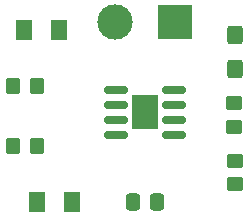
<source format=gbr>
%TF.GenerationSoftware,KiCad,Pcbnew,(6.0.10)*%
%TF.CreationDate,2023-02-23T21:21:35-08:00*%
%TF.ProjectId,Ex 2,45782032-2e6b-4696-9361-645f70636258,rev?*%
%TF.SameCoordinates,Original*%
%TF.FileFunction,Soldermask,Top*%
%TF.FilePolarity,Negative*%
%FSLAX46Y46*%
G04 Gerber Fmt 4.6, Leading zero omitted, Abs format (unit mm)*
G04 Created by KiCad (PCBNEW (6.0.10)) date 2023-02-23 21:21:35*
%MOMM*%
%LPD*%
G01*
G04 APERTURE LIST*
G04 Aperture macros list*
%AMRoundRect*
0 Rectangle with rounded corners*
0 $1 Rounding radius*
0 $2 $3 $4 $5 $6 $7 $8 $9 X,Y pos of 4 corners*
0 Add a 4 corners polygon primitive as box body*
4,1,4,$2,$3,$4,$5,$6,$7,$8,$9,$2,$3,0*
0 Add four circle primitives for the rounded corners*
1,1,$1+$1,$2,$3*
1,1,$1+$1,$4,$5*
1,1,$1+$1,$6,$7*
1,1,$1+$1,$8,$9*
0 Add four rect primitives between the rounded corners*
20,1,$1+$1,$2,$3,$4,$5,0*
20,1,$1+$1,$4,$5,$6,$7,0*
20,1,$1+$1,$6,$7,$8,$9,0*
20,1,$1+$1,$8,$9,$2,$3,0*%
G04 Aperture macros list end*
%ADD10R,3.000000X3.000000*%
%ADD11C,3.000000*%
%ADD12RoundRect,0.150000X-0.825000X-0.150000X0.825000X-0.150000X0.825000X0.150000X-0.825000X0.150000X0*%
%ADD13R,2.290000X3.000000*%
%ADD14RoundRect,0.250001X0.462499X0.624999X-0.462499X0.624999X-0.462499X-0.624999X0.462499X-0.624999X0*%
%ADD15RoundRect,0.250000X-0.450000X0.350000X-0.450000X-0.350000X0.450000X-0.350000X0.450000X0.350000X0*%
%ADD16RoundRect,0.250000X0.337500X0.475000X-0.337500X0.475000X-0.337500X-0.475000X0.337500X-0.475000X0*%
%ADD17RoundRect,0.250001X-0.462499X-0.624999X0.462499X-0.624999X0.462499X0.624999X-0.462499X0.624999X0*%
%ADD18RoundRect,0.250000X0.425000X-0.537500X0.425000X0.537500X-0.425000X0.537500X-0.425000X-0.537500X0*%
%ADD19RoundRect,0.250000X-0.350000X-0.450000X0.350000X-0.450000X0.350000X0.450000X-0.350000X0.450000X0*%
%ADD20RoundRect,0.250000X0.350000X0.450000X-0.350000X0.450000X-0.350000X-0.450000X0.350000X-0.450000X0*%
G04 APERTURE END LIST*
D10*
%TO.C,J1*%
X160020000Y-101600000D03*
D11*
X154940000Y-101600000D03*
%TD*%
D12*
%TO.C,U1*%
X155005000Y-107315000D03*
X155005000Y-108585000D03*
X155005000Y-109855000D03*
X155005000Y-111125000D03*
X159955000Y-111125000D03*
X159955000Y-109855000D03*
X159955000Y-108585000D03*
X159955000Y-107315000D03*
D13*
X157480000Y-109220000D03*
%TD*%
D14*
%TO.C,D2*%
X150207500Y-102200000D03*
X147232500Y-102200000D03*
%TD*%
D15*
%TO.C,R2*%
X165100000Y-113300000D03*
X165100000Y-115300000D03*
%TD*%
%TO.C,R1*%
X165065000Y-108452936D03*
X165065000Y-110452936D03*
%TD*%
D16*
%TO.C,C2*%
X158517500Y-116840000D03*
X156442500Y-116840000D03*
%TD*%
D17*
%TO.C,D1*%
X148372500Y-116840000D03*
X151347500Y-116840000D03*
%TD*%
D18*
%TO.C,C1*%
X165100000Y-105577500D03*
X165100000Y-102702500D03*
%TD*%
D19*
%TO.C,R3*%
X146320000Y-112030000D03*
X148320000Y-112030000D03*
%TD*%
D20*
%TO.C,R4*%
X148320000Y-106950000D03*
X146320000Y-106950000D03*
%TD*%
M02*

</source>
